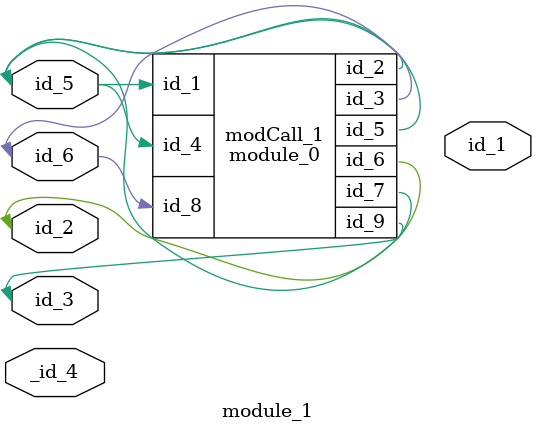
<source format=v>
module module_0 (
    id_1,
    id_2,
    id_3,
    id_4,
    id_5,
    id_6,
    id_7,
    id_8,
    id_9
);
  inout wire id_9;
  input wire id_8;
  inout wire id_7;
  inout wire id_6;
  output wire id_5;
  input wire id_4;
  inout wire id_3;
  inout wire id_2;
  input wire id_1;
  wire id_10;
endmodule
module module_1 #(
    parameter id_4 = 32'd86
) (
    id_1,
    id_2,
    id_3,
    _id_4,
    id_5,
    id_6
);
  inout wire id_6;
  inout wire id_5;
  input wire _id_4;
  inout wire id_3;
  module_0 modCall_1 (
      id_5,
      id_5,
      id_6,
      id_5,
      id_5,
      id_2,
      id_3,
      id_6,
      id_5
  );
  inout wire id_2;
  output wire id_1;
  wire [id_4 : 1 'b0] id_7;
  wire id_8;
endmodule

</source>
